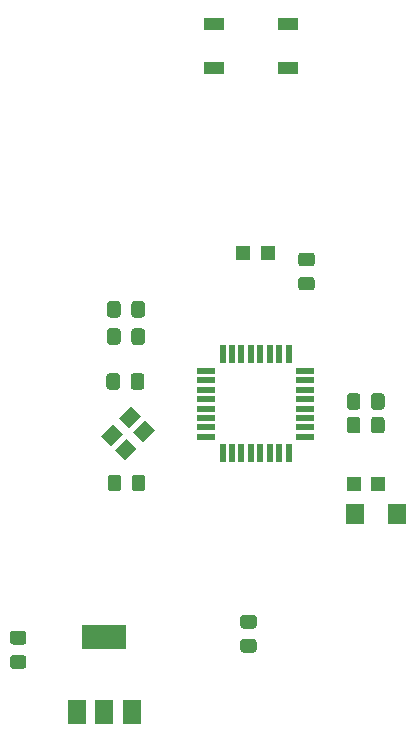
<source format=gbr>
%TF.GenerationSoftware,KiCad,Pcbnew,(5.1.6-0-10_14)*%
%TF.CreationDate,2020-08-15T13:55:16+01:00*%
%TF.ProjectId,arduino,61726475-696e-46f2-9e6b-696361645f70,rev?*%
%TF.SameCoordinates,Original*%
%TF.FileFunction,Paste,Top*%
%TF.FilePolarity,Positive*%
%FSLAX46Y46*%
G04 Gerber Fmt 4.6, Leading zero omitted, Abs format (unit mm)*
G04 Created by KiCad (PCBNEW (5.1.6-0-10_14)) date 2020-08-15 13:55:16*
%MOMM*%
%LPD*%
G01*
G04 APERTURE LIST*
%ADD10R,1.500000X1.800000*%
%ADD11R,1.200000X1.200000*%
%ADD12R,1.700000X1.000000*%
%ADD13R,0.550000X1.500000*%
%ADD14R,1.500000X0.550000*%
%ADD15R,3.800000X2.000000*%
%ADD16R,1.500000X2.000000*%
%ADD17C,0.100000*%
G04 APERTURE END LIST*
%TO.C,C1*%
G36*
G01*
X50125000Y-52349999D02*
X50125000Y-53250001D01*
G75*
G02*
X49875001Y-53500000I-249999J0D01*
G01*
X49224999Y-53500000D01*
G75*
G02*
X48975000Y-53250001I0J249999D01*
G01*
X48975000Y-52349999D01*
G75*
G02*
X49224999Y-52100000I249999J0D01*
G01*
X49875001Y-52100000D01*
G75*
G02*
X50125000Y-52349999I0J-249999D01*
G01*
G37*
G36*
G01*
X52175000Y-52349999D02*
X52175000Y-53250001D01*
G75*
G02*
X51925001Y-53500000I-249999J0D01*
G01*
X51274999Y-53500000D01*
G75*
G02*
X51025000Y-53250001I0J249999D01*
G01*
X51025000Y-52349999D01*
G75*
G02*
X51274999Y-52100000I249999J0D01*
G01*
X51925001Y-52100000D01*
G75*
G02*
X52175000Y-52349999I0J-249999D01*
G01*
G37*
%TD*%
%TO.C,C2*%
G36*
G01*
X52275000Y-60949999D02*
X52275000Y-61850001D01*
G75*
G02*
X52025001Y-62100000I-249999J0D01*
G01*
X51374999Y-62100000D01*
G75*
G02*
X51125000Y-61850001I0J249999D01*
G01*
X51125000Y-60949999D01*
G75*
G02*
X51374999Y-60700000I249999J0D01*
G01*
X52025001Y-60700000D01*
G75*
G02*
X52275000Y-60949999I0J-249999D01*
G01*
G37*
G36*
G01*
X50225000Y-60949999D02*
X50225000Y-61850001D01*
G75*
G02*
X49975001Y-62100000I-249999J0D01*
G01*
X49324999Y-62100000D01*
G75*
G02*
X49075000Y-61850001I0J249999D01*
G01*
X49075000Y-60949999D01*
G75*
G02*
X49324999Y-60700000I249999J0D01*
G01*
X49975001Y-60700000D01*
G75*
G02*
X50225000Y-60949999I0J-249999D01*
G01*
G37*
%TD*%
%TO.C,C3*%
G36*
G01*
X61450001Y-73725000D02*
X60549999Y-73725000D01*
G75*
G02*
X60300000Y-73475001I0J249999D01*
G01*
X60300000Y-72824999D01*
G75*
G02*
X60549999Y-72575000I249999J0D01*
G01*
X61450001Y-72575000D01*
G75*
G02*
X61700000Y-72824999I0J-249999D01*
G01*
X61700000Y-73475001D01*
G75*
G02*
X61450001Y-73725000I-249999J0D01*
G01*
G37*
G36*
G01*
X61450001Y-75775000D02*
X60549999Y-75775000D01*
G75*
G02*
X60300000Y-75525001I0J249999D01*
G01*
X60300000Y-74874999D01*
G75*
G02*
X60549999Y-74625000I249999J0D01*
G01*
X61450001Y-74625000D01*
G75*
G02*
X61700000Y-74874999I0J-249999D01*
G01*
X61700000Y-75525001D01*
G75*
G02*
X61450001Y-75775000I-249999J0D01*
G01*
G37*
%TD*%
%TO.C,C4*%
G36*
G01*
X72525000Y-56049999D02*
X72525000Y-56950001D01*
G75*
G02*
X72275001Y-57200000I-249999J0D01*
G01*
X71624999Y-57200000D01*
G75*
G02*
X71375000Y-56950001I0J249999D01*
G01*
X71375000Y-56049999D01*
G75*
G02*
X71624999Y-55800000I249999J0D01*
G01*
X72275001Y-55800000D01*
G75*
G02*
X72525000Y-56049999I0J-249999D01*
G01*
G37*
G36*
G01*
X70475000Y-56049999D02*
X70475000Y-56950001D01*
G75*
G02*
X70225001Y-57200000I-249999J0D01*
G01*
X69574999Y-57200000D01*
G75*
G02*
X69325000Y-56950001I0J249999D01*
G01*
X69325000Y-56049999D01*
G75*
G02*
X69574999Y-55800000I249999J0D01*
G01*
X70225001Y-55800000D01*
G75*
G02*
X70475000Y-56049999I0J-249999D01*
G01*
G37*
%TD*%
%TO.C,C5*%
G36*
G01*
X51075000Y-49450001D02*
X51075000Y-48549999D01*
G75*
G02*
X51324999Y-48300000I249999J0D01*
G01*
X51975001Y-48300000D01*
G75*
G02*
X52225000Y-48549999I0J-249999D01*
G01*
X52225000Y-49450001D01*
G75*
G02*
X51975001Y-49700000I-249999J0D01*
G01*
X51324999Y-49700000D01*
G75*
G02*
X51075000Y-49450001I0J249999D01*
G01*
G37*
G36*
G01*
X49025000Y-49450001D02*
X49025000Y-48549999D01*
G75*
G02*
X49274999Y-48300000I249999J0D01*
G01*
X49925001Y-48300000D01*
G75*
G02*
X50175000Y-48549999I0J-249999D01*
G01*
X50175000Y-49450001D01*
G75*
G02*
X49925001Y-49700000I-249999J0D01*
G01*
X49274999Y-49700000D01*
G75*
G02*
X49025000Y-49450001I0J249999D01*
G01*
G37*
%TD*%
%TO.C,C6*%
G36*
G01*
X41049999Y-73925000D02*
X41950001Y-73925000D01*
G75*
G02*
X42200000Y-74174999I0J-249999D01*
G01*
X42200000Y-74825001D01*
G75*
G02*
X41950001Y-75075000I-249999J0D01*
G01*
X41049999Y-75075000D01*
G75*
G02*
X40800000Y-74825001I0J249999D01*
G01*
X40800000Y-74174999D01*
G75*
G02*
X41049999Y-73925000I249999J0D01*
G01*
G37*
G36*
G01*
X41049999Y-75975000D02*
X41950001Y-75975000D01*
G75*
G02*
X42200000Y-76224999I0J-249999D01*
G01*
X42200000Y-76875001D01*
G75*
G02*
X41950001Y-77125000I-249999J0D01*
G01*
X41049999Y-77125000D01*
G75*
G02*
X40800000Y-76875001I0J249999D01*
G01*
X40800000Y-76224999D01*
G75*
G02*
X41049999Y-75975000I249999J0D01*
G01*
G37*
%TD*%
%TO.C,C7*%
G36*
G01*
X52225000Y-46249999D02*
X52225000Y-47150001D01*
G75*
G02*
X51975001Y-47400000I-249999J0D01*
G01*
X51324999Y-47400000D01*
G75*
G02*
X51075000Y-47150001I0J249999D01*
G01*
X51075000Y-46249999D01*
G75*
G02*
X51324999Y-46000000I249999J0D01*
G01*
X51975001Y-46000000D01*
G75*
G02*
X52225000Y-46249999I0J-249999D01*
G01*
G37*
G36*
G01*
X50175000Y-46249999D02*
X50175000Y-47150001D01*
G75*
G02*
X49925001Y-47400000I-249999J0D01*
G01*
X49274999Y-47400000D01*
G75*
G02*
X49025000Y-47150001I0J249999D01*
G01*
X49025000Y-46249999D01*
G75*
G02*
X49274999Y-46000000I249999J0D01*
G01*
X49925001Y-46000000D01*
G75*
G02*
X50175000Y-46249999I0J-249999D01*
G01*
G37*
%TD*%
%TO.C,C8*%
G36*
G01*
X71375000Y-54950001D02*
X71375000Y-54049999D01*
G75*
G02*
X71624999Y-53800000I249999J0D01*
G01*
X72275001Y-53800000D01*
G75*
G02*
X72525000Y-54049999I0J-249999D01*
G01*
X72525000Y-54950001D01*
G75*
G02*
X72275001Y-55200000I-249999J0D01*
G01*
X71624999Y-55200000D01*
G75*
G02*
X71375000Y-54950001I0J249999D01*
G01*
G37*
G36*
G01*
X69325000Y-54950001D02*
X69325000Y-54049999D01*
G75*
G02*
X69574999Y-53800000I249999J0D01*
G01*
X70225001Y-53800000D01*
G75*
G02*
X70475000Y-54049999I0J-249999D01*
G01*
X70475000Y-54950001D01*
G75*
G02*
X70225001Y-55200000I-249999J0D01*
G01*
X69574999Y-55200000D01*
G75*
G02*
X69325000Y-54950001I0J249999D01*
G01*
G37*
%TD*%
%TO.C,C9*%
G36*
G01*
X66350001Y-45100000D02*
X65449999Y-45100000D01*
G75*
G02*
X65200000Y-44850001I0J249999D01*
G01*
X65200000Y-44199999D01*
G75*
G02*
X65449999Y-43950000I249999J0D01*
G01*
X66350001Y-43950000D01*
G75*
G02*
X66600000Y-44199999I0J-249999D01*
G01*
X66600000Y-44850001D01*
G75*
G02*
X66350001Y-45100000I-249999J0D01*
G01*
G37*
G36*
G01*
X66350001Y-43050000D02*
X65449999Y-43050000D01*
G75*
G02*
X65200000Y-42800001I0J249999D01*
G01*
X65200000Y-42149999D01*
G75*
G02*
X65449999Y-41900000I249999J0D01*
G01*
X66350001Y-41900000D01*
G75*
G02*
X66600000Y-42149999I0J-249999D01*
G01*
X66600000Y-42800001D01*
G75*
G02*
X66350001Y-43050000I-249999J0D01*
G01*
G37*
%TD*%
D10*
%TO.C,D1*%
X70000000Y-64000000D03*
X73600000Y-64000000D03*
%TD*%
D11*
%TO.C,R1*%
X69900000Y-61500000D03*
X72000000Y-61500000D03*
%TD*%
%TO.C,R2*%
X62650000Y-41900000D03*
X60550000Y-41900000D03*
%TD*%
D12*
%TO.C,SW1*%
X58050000Y-22500000D03*
X64350000Y-22500000D03*
X58050000Y-26300000D03*
X64350000Y-26300000D03*
%TD*%
D13*
%TO.C,U1*%
X58800000Y-58900000D03*
D14*
X57400000Y-51900000D03*
X57400000Y-52700000D03*
X57400000Y-53500000D03*
X57400000Y-54300000D03*
X57400000Y-55100000D03*
X57400000Y-55900000D03*
X57400000Y-56700000D03*
X57400000Y-57500000D03*
D13*
X59600000Y-58900000D03*
X60400000Y-58900000D03*
X61200000Y-58900000D03*
X62000000Y-58900000D03*
X62800000Y-58900000D03*
X63600000Y-58900000D03*
X64400000Y-58900000D03*
D14*
X65800000Y-57500000D03*
X65800000Y-56700000D03*
X65800000Y-55900000D03*
X65800000Y-55100000D03*
X65800000Y-54300000D03*
X65800000Y-53500000D03*
X65800000Y-52700000D03*
X65800000Y-51900000D03*
D13*
X64400000Y-50500000D03*
X63600000Y-50500000D03*
X62800000Y-50500000D03*
X62000000Y-50500000D03*
X61200000Y-50500000D03*
X60400000Y-50500000D03*
X59600000Y-50500000D03*
X58800000Y-50500000D03*
%TD*%
D15*
%TO.C,U2*%
X48800000Y-74450000D03*
D16*
X48800000Y-80750000D03*
X51100000Y-80750000D03*
X46500000Y-80750000D03*
%TD*%
D17*
%TO.C,Y1*%
G36*
X51047488Y-54878680D02*
G01*
X51896016Y-55727208D01*
X50906066Y-56717158D01*
X50057538Y-55868630D01*
X51047488Y-54878680D01*
G37*
G36*
X49491853Y-56434315D02*
G01*
X50340381Y-57282843D01*
X49350431Y-58272793D01*
X48501903Y-57424265D01*
X49491853Y-56434315D01*
G37*
G36*
X50693934Y-57636396D02*
G01*
X51542462Y-58484924D01*
X50552512Y-59474874D01*
X49703984Y-58626346D01*
X50693934Y-57636396D01*
G37*
G36*
X52249569Y-56080761D02*
G01*
X53098097Y-56929289D01*
X52108147Y-57919239D01*
X51259619Y-57070711D01*
X52249569Y-56080761D01*
G37*
%TD*%
M02*

</source>
